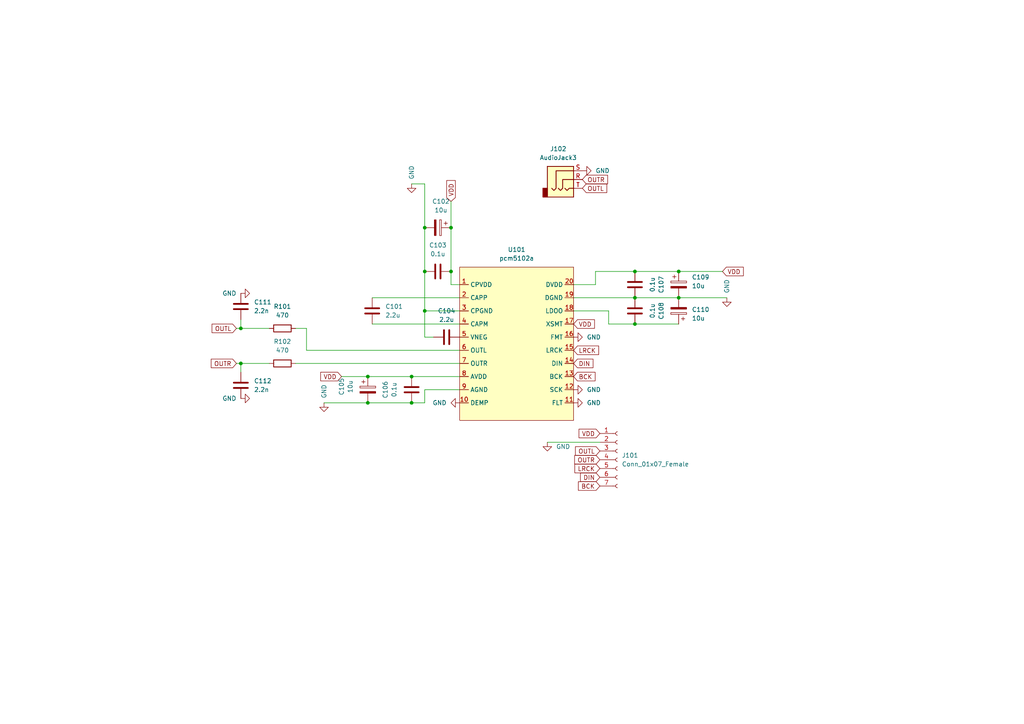
<source format=kicad_sch>
(kicad_sch (version 20211123) (generator eeschema)
  (paper "A4")
  (lib_symbols
    (symbol "Connector:AudioJack3"
      (property "Reference" "J" (at 0 8.89 0))
      (property "Value" "AudioJack3" (at 0 6.35 0))
      (symbol "AudioJack3_0_1"
        (rectangle (start -5.08 -5.08) (end -6.35 -2.54) (stroke (width 0.254)) (fill (type outline)))
        (polyline (pts (xy 0 -2.54) (xy 0.635 -3.175) (xy 1.27 -2.54) (xy 2.54 -2.54)) (stroke (width 0.254)))
        (polyline (pts (xy -1.905 -2.54) (xy -1.27 -3.175) (xy -0.635 -2.54) (xy -0.635 0) (xy 2.54 0)) (stroke (width 0.254)))
        (polyline (pts (xy 2.54 2.54) (xy -2.54 2.54) (xy -2.54 -2.54) (xy -3.175 -3.175) (xy -3.81 -2.54)) (stroke (width 0.254)))
        (rectangle (start 2.54 3.81) (end -5.08 -5.08) (stroke (width 0.254)) (fill (type background)))
      )
      (symbol "AudioJack3_1_1"
        (pin passive line (at 5.08 0 180) (length 2.54) (name "~") (number "R"))
        (pin passive line (at 5.08 2.54 180) (length 2.54) (name "~") (number "S"))
        (pin passive line (at 5.08 -2.54 180) (length 2.54) (name "~") (number "T"))
      )
    )
    (symbol "Connector:Conn_01x07_Female" (pin_names (offset 1.016) hide)
      (property "Reference" "J" (at 0 10.16 0))
      (property "Value" "Conn_01x07_Female" (at 0 -10.16 0))
      (symbol "Conn_01x07_Female_1_1"
        (arc (start 0 -7.112) (mid -0.508 -7.62) (end 0 -8.128) (stroke (width 0.1524)))
        (arc (start 0 -4.572) (mid -0.508 -5.08) (end 0 -5.588) (stroke (width 0.1524)))
        (arc (start 0 -2.032) (mid -0.508 -2.54) (end 0 -3.048) (stroke (width 0.1524)))
        (polyline (pts (xy -1.27 -7.62) (xy -0.508 -7.62)) (stroke (width 0.1524)))
        (polyline (pts (xy -1.27 -5.08) (xy -0.508 -5.08)) (stroke (width 0.1524)))
        (polyline (pts (xy -1.27 -2.54) (xy -0.508 -2.54)) (stroke (width 0.1524)))
        (polyline (pts (xy -1.27 0) (xy -0.508 0)) (stroke (width 0.1524)))
        (polyline (pts (xy -1.27 2.54) (xy -0.508 2.54)) (stroke (width 0.1524)))
        (polyline (pts (xy -1.27 5.08) (xy -0.508 5.08)) (stroke (width 0.1524)))
        (polyline (pts (xy -1.27 7.62) (xy -0.508 7.62)) (stroke (width 0.1524)))
        (arc (start 0 0.508) (mid -0.508 0) (end 0 -0.508) (stroke (width 0.1524)))
        (arc (start 0 3.048) (mid -0.508 2.54) (end 0 2.032) (stroke (width 0.1524)))
        (arc (start 0 5.588) (mid -0.508 5.08) (end 0 4.572) (stroke (width 0.1524)))
        (arc (start 0 8.128) (mid -0.508 7.62) (end 0 7.112) (stroke (width 0.1524)))
        (pin passive line (at -5.08 7.62 0) (length 3.81) (name "Pin_1") (number "1"))
        (pin passive line (at -5.08 5.08 0) (length 3.81) (name "Pin_2") (number "2"))
        (pin passive line (at -5.08 2.54 0) (length 3.81) (name "Pin_3") (number "3"))
        (pin passive line (at -5.08 0 0) (length 3.81) (name "Pin_4") (number "4"))
        (pin passive line (at -5.08 -2.54 0) (length 3.81) (name "Pin_5") (number "5"))
        (pin passive line (at -5.08 -5.08 0) (length 3.81) (name "Pin_6") (number "6"))
        (pin passive line (at -5.08 -7.62 0) (length 3.81) (name "Pin_7") (number "7"))
      )
    )
    (symbol "Device:C" (pin_numbers hide) (pin_names (offset 0.254))
      (property "Reference" "C" (at 0.635 2.54 0))
      (property "Value" "C" (at 0.635 -2.54 0))
      (symbol "C_0_1"
        (polyline (pts (xy -2.032 -0.762) (xy 2.032 -0.762)) (stroke (width 0.508)))
        (polyline (pts (xy -2.032 0.762) (xy 2.032 0.762)) (stroke (width 0.508)))
      )
      (symbol "C_1_1"
        (pin passive line (at 0 3.81 270) (length 2.794) (name "~") (number "1"))
        (pin passive line (at 0 -3.81 90) (length 2.794) (name "~") (number "2"))
      )
    )
    (symbol "Device:C_Polarized" (pin_numbers hide) (pin_names (offset 0.254))
      (property "Reference" "C" (at 0.635 2.54 0))
      (property "Value" "C_Polarized" (at 0.635 -2.54 0))
      (symbol "C_Polarized_0_1"
        (rectangle (start -2.286 0.508) (end 2.286 1.016))
        (polyline (pts (xy -1.778 2.286) (xy -0.762 2.286)))
        (polyline (pts (xy -1.27 2.794) (xy -1.27 1.778)))
        (rectangle (start 2.286 -0.508) (end -2.286 -1.016) (fill (type outline)))
      )
      (symbol "C_Polarized_1_1"
        (pin passive line (at 0 3.81 270) (length 2.794) (name "~") (number "1"))
        (pin passive line (at 0 -3.81 90) (length 2.794) (name "~") (number "2"))
      )
    )
    (symbol "Device:R" (pin_numbers hide) (pin_names (offset 0))
      (property "Reference" "R" (at 2.032 0 90))
      (property "Value" "R" (at 0 0 90))
      (symbol "R_0_1"
        (rectangle (start -1.016 -2.54) (end 1.016 2.54) (stroke (width 0.254)))
      )
      (symbol "R_1_1"
        (pin passive line (at 0 3.81 270) (length 1.27) (name "~") (number "1"))
        (pin passive line (at 0 -3.81 90) (length 1.27) (name "~") (number "2"))
      )
    )
    (symbol "pcm5102a_codec_breakout:pcm5102a"
      (property "Reference" "U" (at 0 1.27 0))
      (property "Value" "pcm5102a" (at 0 -2.54 0))
      (symbol "pcm5102a_0_1"
        (rectangle (start -16.51 24.13) (end 16.51 -20.32) (fill (type background)))
      )
      (symbol "pcm5102a_1_1"
        (pin input line (at -16.51 19.05 0) (length 2.54) (name "CPVDD") (number "1"))
        (pin input line (at -16.51 -15.24 0) (length 2.54) (name "DEMP") (number "10"))
        (pin input line (at 16.51 -15.24 180) (length 2.54) (name "FLT") (number "11"))
        (pin input line (at 16.51 -11.43 180) (length 2.54) (name "SCK") (number "12"))
        (pin input line (at 16.51 -7.62 180) (length 2.54) (name "BCK") (number "13"))
        (pin input line (at 16.51 -3.81 180) (length 2.54) (name "DIN") (number "14"))
        (pin input line (at 16.51 0 180) (length 2.54) (name "LRCK") (number "15"))
        (pin input line (at 16.51 3.81 180) (length 2.54) (name "FMT") (number "16"))
        (pin input line (at 16.51 7.62 180) (length 2.54) (name "XSMT") (number "17"))
        (pin input line (at 16.51 11.43 180) (length 2.54) (name "LDOO") (number "18"))
        (pin input line (at 16.51 15.24 180) (length 2.54) (name "DGND") (number "19"))
        (pin input line (at -16.51 15.24 0) (length 2.54) (name "CAPP") (number "2"))
        (pin input line (at 16.51 19.05 180) (length 2.54) (name "DVDD") (number "20"))
        (pin input line (at -16.51 11.43 0) (length 2.54) (name "CPGND") (number "3"))
        (pin input line (at -16.51 7.62 0) (length 2.54) (name "CAPM") (number "4"))
        (pin input line (at -16.51 3.81 0) (length 2.54) (name "VNEG") (number "5"))
        (pin input line (at -16.51 0 0) (length 2.54) (name "OUTL") (number "6"))
        (pin input line (at -16.51 -3.81 0) (length 2.54) (name "OUTR") (number "7"))
        (pin input line (at -16.51 -7.62 0) (length 2.54) (name "AVDD") (number "8"))
        (pin input line (at -16.51 -11.43 0) (length 2.54) (name "AGND") (number "9"))
      )
    )
    (symbol "power:GND" (power) (pin_names (offset 0))
      (property "Value" "GND" (at 0 -3.81 0))
      (symbol "GND_0_1"
        (polyline (pts (xy 0 0) (xy 0 -1.27) (xy 1.27 -1.27) (xy 0 -2.54) (xy -1.27 -1.27) (xy 0 -1.27)))
      )
      (symbol "GND_1_1"
        (pin power_in line (at 0 0 270) (length 0) hide (name "GND") (number "1"))
      )
    )
  )
  (junction (at 184.15 86.36))
  (junction (at 69.85 105.41))
  (junction (at 123.19 90.17))
  (junction (at 130.81 78.74))
  (junction (at 184.15 78.74))
  (junction (at 130.81 66.04))
  (junction (at 196.85 86.36))
  (junction (at 119.38 109.22))
  (junction (at 196.85 78.74))
  (junction (at 184.15 93.98))
  (junction (at 69.85 95.25))
  (junction (at 123.19 78.74))
  (junction (at 119.38 116.84))
  (junction (at 106.68 109.22))
  (junction (at 106.68 116.84))
  (junction (at 123.19 66.04))
  (wire (pts (xy 196.85 86.36) (xy 184.15 86.36)))
  (wire (pts (xy 88.9 101.6) (xy 88.9 95.25)))
  (wire (pts (xy 123.19 113.03) (xy 133.35 113.03)))
  (wire (pts (xy 85.725 95.25) (xy 88.9 95.25)))
  (wire (pts (xy 209.55 78.74) (xy 196.85 78.74)))
  (wire (pts (xy 106.68 116.84) (xy 119.38 116.84)))
  (wire (pts (xy 133.35 101.6) (xy 88.9 101.6)))
  (wire (pts (xy 176.53 90.17) (xy 176.53 93.98)))
  (wire (pts (xy 123.19 97.79) (xy 123.19 90.17)))
  (wire (pts (xy 69.85 105.41) (xy 69.85 107.95)))
  (wire (pts (xy 130.81 78.74) (xy 130.81 82.55)))
  (wire (pts (xy 119.38 109.22) (xy 133.35 109.22)))
  (wire (pts (xy 123.19 90.17) (xy 133.35 90.17)))
  (wire (pts (xy 184.15 93.98) (xy 196.85 93.98)))
  (wire (pts (xy 158.75 128.27) (xy 173.99 128.27)))
  (wire (pts (xy 93.98 116.84) (xy 106.68 116.84)))
  (wire (pts (xy 107.95 86.36) (xy 133.35 86.36)))
  (wire (pts (xy 196.85 86.36) (xy 210.82 86.36)))
  (wire (pts (xy 123.19 53.34) (xy 123.19 66.04)))
  (wire (pts (xy 69.85 92.71) (xy 69.85 95.25)))
  (wire (pts (xy 133.35 82.55) (xy 130.81 82.55)))
  (wire (pts (xy 99.06 109.22) (xy 106.68 109.22)))
  (wire (pts (xy 130.81 58.42) (xy 130.81 66.04)))
  (wire (pts (xy 166.37 90.17) (xy 176.53 90.17)))
  (wire (pts (xy 119.38 53.34) (xy 123.19 53.34)))
  (wire (pts (xy 107.95 93.98) (xy 133.35 93.98)))
  (wire (pts (xy 69.85 105.41) (xy 78.105 105.41)))
  (wire (pts (xy 68.58 105.41) (xy 69.85 105.41)))
  (wire (pts (xy 119.38 116.84) (xy 123.19 116.84)))
  (wire (pts (xy 123.19 66.04) (xy 123.19 78.74)))
  (wire (pts (xy 130.81 66.04) (xy 130.81 78.74)))
  (wire (pts (xy 106.68 109.22) (xy 119.38 109.22)))
  (wire (pts (xy 166.37 86.36) (xy 184.15 86.36)))
  (wire (pts (xy 123.19 116.84) (xy 123.19 113.03)))
  (wire (pts (xy 123.19 78.74) (xy 123.19 90.17)))
  (wire (pts (xy 172.72 78.74) (xy 172.72 82.55)))
  (wire (pts (xy 172.72 78.74) (xy 184.15 78.74)))
  (wire (pts (xy 176.53 93.98) (xy 184.15 93.98)))
  (wire (pts (xy 85.725 105.41) (xy 133.35 105.41)))
  (wire (pts (xy 166.37 82.55) (xy 172.72 82.55)))
  (wire (pts (xy 68.58 95.25) (xy 69.85 95.25)))
  (wire (pts (xy 125.73 97.79) (xy 123.19 97.79)))
  (wire (pts (xy 69.85 95.25) (xy 78.105 95.25)))
  (wire (pts (xy 196.85 78.74) (xy 184.15 78.74)))
  (global_label "OUTL" (shape input) (at 68.58 95.25 180) (property "Intersheet References" "${INTERSHEET_REFS}" (effects hide)))
  (global_label "VDD" (shape input) (at 173.99 125.73 180) (property "Intersheet References" "${INTERSHEET_REFS}" (effects hide)))
  (global_label "LRCK" (shape input) (at 173.99 135.89 180) (property "Intersheet References" "${INTERSHEET_REFS}" (effects hide)))
  (global_label "DIN" (shape input) (at 166.37 105.41 0) (property "Intersheet References" "${INTERSHEET_REFS}" (effects hide)))
  (global_label "VDD" (shape input) (at 130.81 58.42 90) (property "Intersheet References" "${INTERSHEET_REFS}" (effects hide)))
  (global_label "DIN" (shape input) (at 173.99 138.43 180) (property "Intersheet References" "${INTERSHEET_REFS}" (effects hide)))
  (global_label "OUTL" (shape input) (at 173.99 130.81 180) (property "Intersheet References" "${INTERSHEET_REFS}" (effects hide)))
  (global_label "VDD" (shape input) (at 99.06 109.22 180) (property "Intersheet References" "${INTERSHEET_REFS}" (effects hide)))
  (global_label "OUTL" (shape input) (at 168.91 54.61 0) (property "Intersheet References" "${INTERSHEET_REFS}" (effects hide)))
  (global_label "BCK" (shape input) (at 166.37 109.22 0) (property "Intersheet References" "${INTERSHEET_REFS}" (effects hide)))
  (global_label "OUTR" (shape input) (at 68.58 105.41 180) (property "Intersheet References" "${INTERSHEET_REFS}" (effects hide)))
  (global_label "BCK" (shape input) (at 173.99 140.97 180) (property "Intersheet References" "${INTERSHEET_REFS}" (effects hide)))
  (global_label "LRCK" (shape input) (at 166.37 101.6 0) (property "Intersheet References" "${INTERSHEET_REFS}" (effects hide)))
  (global_label "OUTR" (shape input) (at 168.91 52.07 0) (property "Intersheet References" "${INTERSHEET_REFS}" (effects hide)))
  (global_label "OUTR" (shape input) (at 173.99 133.35 180) (property "Intersheet References" "${INTERSHEET_REFS}" (effects hide)))
  (global_label "VDD" (shape input) (at 209.55 78.74 0) (property "Intersheet References" "${INTERSHEET_REFS}" (effects hide)))
  (global_label "VDD" (shape input) (at 166.37 93.98 0) (property "Intersheet References" "${INTERSHEET_REFS}" (effects hide)))
  (symbol (lib_id "Device:C") (at 127 78.74 90) (unit 1)
    (property "Reference" "C103" (at 127 71.12 90))
    (property "Value" "0.1u" (at 127 73.66 90))
    (property "Footprint" "Capacitor_SMD:C_0402_1005Metric" (effects hide))
    (property "LCSC Part" "C1525" (effects hide))
  )
  (symbol (lib_id "Device:C") (at 129.54 97.79 90) (unit 1)
    (property "Reference" "C104" (at 129.54 90.17 90))
    (property "Value" "2.2u" (at 129.54 92.71 90))
    (property "Footprint" "Capacitor_SMD:C_0402_1005Metric" (effects hide))
    (property "LCSC Part" "C12530" (effects hide))
  )
  (symbol (lib_id "power:GND") (at 133.35 116.84 270) (unit 1)
    (property "Reference" "#PWR0103" (effects hide))
    (property "Value" "GND" (at 129.54 116.8399 90) (effects (justify right)))
  )
  (symbol (lib_id "power:GND") (at 168.91 49.53 90) (unit 1)
    (property "Reference" "#PWR0109" (effects hide))
    (property "Value" "GND" (at 172.72 49.5299 90) (effects (justify right)))
  )
  (symbol (lib_id "Device:C") (at 107.95 90.17 0) (unit 1)
    (property "Reference" "C101" (at 111.76 88.8999 0) (effects (justify left)))
    (property "Value" "2.2u" (at 111.76 91.4399 0) (effects (justify left)))
    (property "Footprint" "Capacitor_SMD:C_0402_1005Metric" (effects hide))
    (property "LCSC Part" "C12530" (effects hide))
  )
  (symbol (lib_id "Device:C") (at 119.38 113.03 180) (unit 1)
    (property "Reference" "C106" (at 111.76 113.03 90))
    (property "Value" "0.1u" (at 114.3 113.03 90))
    (property "Footprint" "Capacitor_SMD:C_0402_1005Metric" (effects hide))
    (property "LCSC Part" "C1525" (effects hide))
  )
  (symbol (lib_id "Connector:Conn_01x07_Female") (at 179.07 133.35 0) (unit 1)
    (property "Reference" "J101" (at 180.34 132.0799 0) (effects (justify left)))
    (property "Value" "Conn_01x07_Female" (at 180.34 134.6199 0) (effects (justify left)))
    (property "Footprint" "Connector_PinHeader_2.54mm:PinHeader_1x07_P2.54mm_Vertical" (effects hide))
    (property "JLCPCB BOM" "False" (effects hide))
  )
  (symbol (lib_id "Device:R") (at 81.915 105.41 90) (unit 1)
    (property "Reference" "R102" (at 81.915 99.06 90))
    (property "Value" "470" (at 81.915 101.6 90))
    (property "Footprint" "Resistor_SMD:R_0402_1005Metric" (effects hide))
    (property "LCSC Part" "C25117" (effects hide))
  )
  (symbol (lib_id "Device:R") (at 81.915 95.25 90) (unit 1)
    (property "Reference" "R101" (at 81.915 88.9 90))
    (property "Value" "470" (at 81.915 91.44 90))
    (property "Footprint" "Resistor_SMD:R_0402_1005Metric" (effects hide))
    (property "LCSC Part" "C25117" (effects hide))
  )
  (symbol (lib_id "Device:C") (at 69.85 111.76 180) (unit 1)
    (property "Reference" "C112" (at 73.66 110.4899 0) (effects (justify right)))
    (property "Value" "2.2n" (at 73.66 113.0299 0) (effects (justify right)))
    (property "Footprint" "Capacitor_SMD:C_0402_1005Metric" (effects hide))
    (property "LCSC Part" "C1531" (effects hide))
  )
  (symbol (lib_id "Device:C") (at 184.15 82.55 0) (unit 1)
    (property "Reference" "C107" (at 191.77 82.55 90))
    (property "Value" "0.1u" (at 189.23 82.55 90))
    (property "Footprint" "Capacitor_SMD:C_0402_1005Metric" (effects hide))
    (property "LCSC Part" "C1525" (effects hide))
  )
  (symbol (lib_id "Device:C_Polarized") (at 106.68 113.03 0) (unit 1)
    (property "Reference" "C105" (at 99.06 112.141 90))
    (property "Value" "10u" (at 101.6 112.141 90))
    (property "Footprint" "Capacitor_SMD:C_Elec_4x5.4" (effects hide))
    (property "LCSC Part" "C213487" (effects hide))
  )
  (symbol (lib_id "power:GND") (at 93.98 116.84 0) (unit 1)
    (property "Reference" "#PWR0106" (effects hide))
    (property "Value" "GND" (at 93.9799 115.57 90) (effects (justify left)))
  )
  (symbol (lib_id "Device:C") (at 69.85 88.9 180) (unit 1)
    (property "Reference" "C111" (at 73.66 87.6299 0) (effects (justify right)))
    (property "Value" "2.2n" (at 73.66 90.1699 0) (effects (justify right)))
    (property "Footprint" "Capacitor_SMD:C_0402_1005Metric" (effects hide))
    (property "LCSC Part" "C1531" (effects hide))
  )
  (symbol (lib_id "power:GND") (at 166.37 116.84 90) (unit 1)
    (property "Reference" "#PWR0101" (effects hide))
    (property "Value" "GND" (at 170.18 116.8399 90) (effects (justify right)))
  )
  (symbol (lib_id "power:GND") (at 158.75 128.27 0) (unit 1)
    (property "Reference" "#PWR0107" (effects hide))
    (property "Value" "GND" (at 161.29 129.5399 0) (effects (justify left)))
  )
  (symbol (lib_id "Device:C_Polarized") (at 127 66.04 270) (unit 1)
    (property "Reference" "C102" (at 127.889 58.42 90))
    (property "Value" "10u" (at 127.889 60.96 90))
    (property "Footprint" "Capacitor_SMD:C_Elec_4x5.4" (effects hide))
    (property "LCSC Part" "C213487" (effects hide))
  )
  (symbol (lib_id "power:GND") (at 166.37 113.03 90) (unit 1)
    (property "Reference" "#PWR0108" (effects hide))
    (property "Value" "GND" (at 170.18 113.0299 90) (effects (justify right)))
  )
  (symbol (lib_id "power:GND") (at 119.38 53.34 0) (unit 1)
    (property "Reference" "#PWR0104" (effects hide))
    (property "Value" "GND" (at 119.3799 52.07 90) (effects (justify left)))
  )
  (symbol (lib_id "power:GND") (at 69.85 115.57 90) (unit 1)
    (property "Reference" "#PWR0110" (effects hide))
    (property "Value" "GND" (at 68.58 115.5701 90) (effects (justify left)))
  )
  (symbol (lib_id "Device:C_Polarized") (at 196.85 90.17 180) (unit 1)
    (property "Reference" "C110" (at 200.66 89.7889 0) (effects (justify right)))
    (property "Value" "10u" (at 200.66 92.3289 0) (effects (justify right)))
    (property "Footprint" "Capacitor_SMD:C_Elec_4x5.4" (effects hide))
    (property "LCSC Part" "C213487" (effects hide))
  )
  (symbol (lib_id "Connector:AudioJack3") (at 163.83 52.07 0) (unit 1)
    (property "Reference" "J102" (at 161.925 43.18 0))
    (property "Value" "AudioJack3" (at 161.925 45.72 0))
    (property "Footprint" "pcm5102a_codec_breakout:PJ-320B-3A" (effects hide))
    (property "LCSC Part" "C707224" (effects hide))
  )
  (symbol (lib_id "Device:C_Polarized") (at 196.85 82.55 0) (unit 1)
    (property "Reference" "C109" (at 200.66 80.3909 0) (effects (justify left)))
    (property "Value" "10u" (at 200.66 82.9309 0) (effects (justify left)))
    (property "Footprint" "Capacitor_SMD:C_Elec_4x5.4" (effects hide))
    (property "LCSC Part" "C213487" (effects hide))
  )
  (symbol (lib_id "power:GND") (at 69.85 85.09 90) (unit 1)
    (property "Reference" "#PWR0111" (effects hide))
    (property "Value" "GND" (at 68.58 85.0901 90) (effects (justify left)))
  )
  (symbol (lib_id "power:GND") (at 166.37 97.79 90) (unit 1)
    (property "Reference" "#PWR0102" (effects hide))
    (property "Value" "GND" (at 170.18 97.7899 90) (effects (justify right)))
  )
  (symbol (lib_id "Device:C") (at 184.15 90.17 0) (unit 1)
    (property "Reference" "C108" (at 191.77 90.17 90))
    (property "Value" "0.1u" (at 189.23 90.17 90))
    (property "Footprint" "Capacitor_SMD:C_0402_1005Metric" (effects hide))
    (property "LCSC Part" "C1525" (effects hide))
  )
  (symbol (lib_id "power:GND") (at 210.82 86.36 0) (unit 1)
    (property "Reference" "#PWR0105" (effects hide))
    (property "Value" "GND" (at 210.8199 85.09 90) (effects (justify left)))
  )
  (symbol (lib_id "pcm5102a_codec_breakout:pcm5102a") (at 149.86 101.6 0) (unit 1)
    (property "Reference" "U101" (at 149.86 72.39 0))
    (property "Value" "pcm5102a" (at 149.86 74.93 0))
    (property "Footprint" "pcm5102a_codec_breakout:PCM5102A" (effects hide))
    (property "LCSC Part" "C107671" (effects hide))
  )
)
</source>
